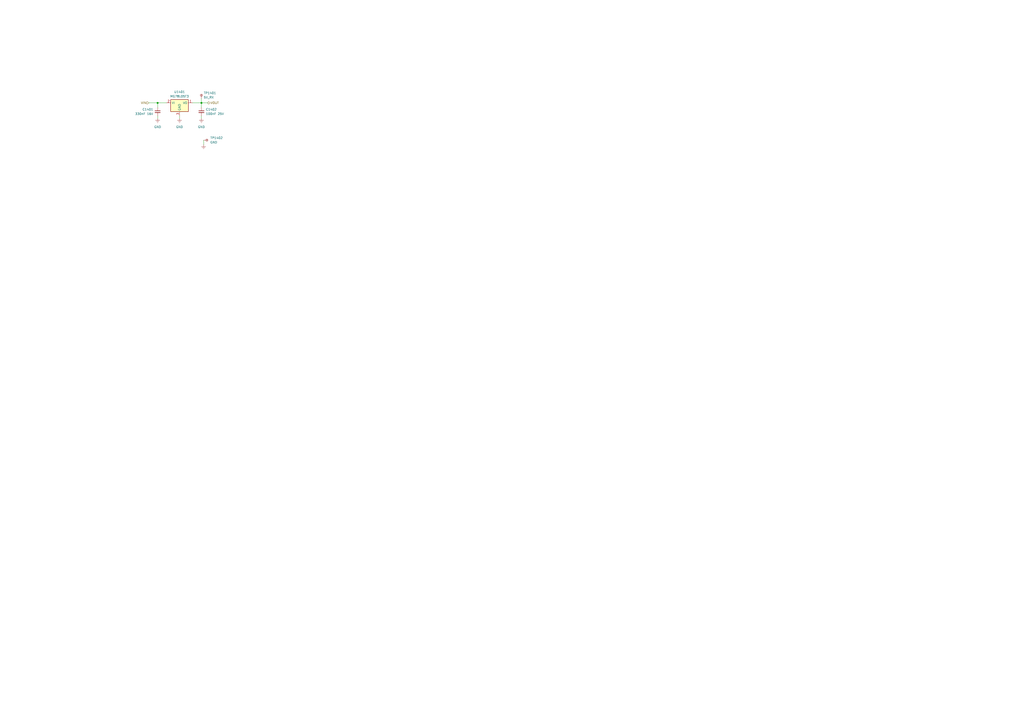
<source format=kicad_sch>
(kicad_sch (version 20250114) (generator "eeschema") (generator_version "9.0")
  (paper "A2")
  (lib_symbols
    (symbol "BR_Capacitors_0201:C_0201_100nF_25V_X7R_10%" (pin_numbers (hide yes)) (pin_names (offset 0) (hide yes))
      (property "Reference" "C" (at 1.016 1.778 0))
      (property "Value" "100nF 25V" (at 1.016 -1.778 0))
      (symbol "C_0201_100nF_25V_X7R_10%_0_1"
        (polyline (pts (xy -1.524 0.508) (xy 1.524 0.508)) (stroke (width 0.3048)))
        (polyline (pts (xy -1.524 -0.508) (xy 1.524 -0.508)) (stroke (width 0.3302)))
      )
      (symbol "C_0201_100nF_25V_X7R_10%_1_1"
        (pin passive line (at 0 2.54 270) (length 2.032) (name "~") (number "1"))
        (pin passive line (at 0 -2.54 90) (length 2.032) (name "~") (number "2"))
      )
    )
    (symbol "BR_Capacitors_0402:C_0402_330nF_16V_X7R_10%" (pin_numbers (hide yes)) (pin_names (offset 0.254) (hide yes))
      (property "Reference" "C" (at 1.016 1.778 0))
      (property "Value" "330nF 16V" (at 1.016 -1.778 0))
      (symbol "C_0402_330nF_16V_X7R_10%_0_1"
        (polyline (pts (xy -1.524 0.508) (xy 1.524 0.508)) (stroke (width 0.3048)))
        (polyline (pts (xy -1.524 -0.508) (xy 1.524 -0.508)) (stroke (width 0.3302)))
      )
      (symbol "C_0402_330nF_16V_X7R_10%_1_1"
        (pin passive line (at 0 2.54 270) (length 2.032) (name "~") (number "1"))
        (pin passive line (at 0 -2.54 90) (length 2.032) (name "~") (number "2"))
      )
    )
    (symbol "BR_Connectors:TP_Ring_PTH" (pin_numbers (hide yes)) (pin_names (offset 0))
      (property "Reference" "TP" (at 2.032 2.286 0))
      (property "Value" "TP_RING_TH" (at 1.778 14.224 0))
      (symbol "TP_Ring_PTH_0_1"
        (circle (center 0 1.905) (radius 0.254))
        (circle (center 0 1.905) (radius 0.635))
      )
      (symbol "TP_Ring_PTH_1_1"
        (pin passive line (at 0 0 90) (length 1.27) (name "~") (number "1"))
      )
    )
    (symbol "BR_IC_Regulators:MG78L05T3"
      (property "Reference" "U" (at -6.35 5.08 0))
      (property "Value" "MG78L05T3" (at -6.35 2.54 0))
      (symbol "MG78L05T3_0_1"
        (rectangle (start -5.08 1.905) (end 5.08 -5.08) (stroke (width 0.254)) (fill (type background)))
      )
      (symbol "MG78L05T3_1_1"
        (pin power_in line (at -7.62 0 0) (length 2.54) (name "VI") (number "2"))
        (pin power_in line (at 0 -7.62 90) (length 2.54) (name "GND") (number "3"))
        (pin power_out line (at 7.62 0 180) (length 2.54) (name "VO") (number "1"))
      )
    )
    (symbol "BR_Virtual_Parts:GND" (power) (pin_numbers (hide yes)) (pin_names (offset 0) (hide yes))
      (property "Value" "GND" (at 0 -3.556 0))
      (symbol "GND_0_1"
        (polyline (pts (xy -0.635 -1.905) (xy 0.635 -1.905)))
        (polyline (pts (xy -0.127 -2.54) (xy 0.127 -2.54)))
        (polyline (pts (xy 0 -1.27) (xy 0 0)))
        (polyline (pts (xy 1.27 -1.27) (xy -1.27 -1.27)))
      )
      (symbol "GND_1_1"
        (pin power_in line (at 0 0 270) (length 0) (hide yes) (name "GNDREF") (number "1"))
      )
    )
  )
  (junction (at 116.84 59.69))
  (junction (at 91.44 59.69))
  (wire (pts (xy 116.84 59.69) (xy 120.65 59.69)))
  (wire (pts (xy 116.84 59.69) (xy 116.84 62.23)))
  (wire (pts (xy 91.44 67.31) (xy 91.44 68.58)))
  (wire (pts (xy 104.14 67.31) (xy 104.14 68.58)))
  (wire (pts (xy 86.36 59.69) (xy 91.44 59.69)))
  (wire (pts (xy 111.76 59.69) (xy 116.84 59.69)))
  (wire (pts (xy 116.84 57.15) (xy 116.84 59.69)))
  (wire (pts (xy 91.44 59.69) (xy 96.52 59.69)))
  (wire (pts (xy 91.44 62.23) (xy 91.44 59.69)))
  (wire (pts (xy 118.11 81.28) (xy 118.11 83.82)))
  (wire (pts (xy 116.84 67.31) (xy 116.84 68.58)))
  (hierarchical_label "VIN" (shape input) (at 86.36 59.69 180))
  (hierarchical_label "VOUT" (shape output) (at 120.65 59.69 0))
  (symbol (lib_id "BR_Virtual_Parts:GND") (at 104.14 68.58 0) (unit 1)
    (property "Reference" "#PWR01402" (effects (hide yes)))
    (property "Value" "GND" (at 104.14 73.66 0))
  )
  (symbol (lib_id "BR_Capacitors_0402:C_0402_330nF_16V_X7R_10%") (at 91.44 64.77 0) (unit 1)
    (property "Reference" "C1401" (at 88.9 63.5062 0) (effects (justify right)))
    (property "Value" "330nF 16V" (at 88.9 66.0462 0) (effects (justify right)))
    (property "Footprint" "BR_Passives:C_0402_1005Metric-minimized" (effects (hide yes)))
    (property "Datasheet" "https://lcsc.com/datasheet/lcsc_datasheet_2411220213_FH--Guangdong-Fenghua-Advanced-Tech-0402B334K160NT_C301942.pdf" (effects (hide yes)))
    (property "Description" "330nF 16V X7R 10% Ceramic Capacitor 0402" (effects (hide yes)))
    (property "Manufacturer" "FH" (effects (hide yes)))
    (property "Manufacturer Part Num" "0402B334K160NT" (effects (hide yes)))
    (property "BRE Number" "BRE-001238" (effects (hide yes)))
    (property "JLCPCB Part Num" "C301942" (effects (hide yes)))
  )
  (symbol (lib_id "BR_IC_Regulators:MG78L05T3") (at 104.14 59.69 0) (unit 1)
    (property "Reference" "U1401" (at 104.14 53.34 0))
    (property "Value" "MG78L05T3" (at 104.14 55.88 0))
    (property "Footprint" "BR_SOT:SOT-23" (effects (hide yes)))
    (property "Datasheet" "https://lcsc.com/datasheet/lcsc_datasheet_2501211108_Megain-MG78L05T3_C22396244.pdf" (effects (hide yes)))
    (property "Description" "Linear Regulator, 7 - 30V Input, 170mA, 5V Output, SOT23-3" (effects (hide yes)))
    (property "Manufacturer" "Megain" (effects (hide yes)))
    (property "Manufacturer Part Num" "MG78L05T3" (effects (hide yes)))
    (property "BRE Number" "BRE-001237" (effects (hide yes)))
    (property "JLCPCB Part Num" "C22396244" (effects (hide yes)))
  )
  (symbol (lib_id "BR_Virtual_Parts:GND") (at 118.11 83.82 0) (unit 1)
    (property "Reference" "#PWR01404" (effects (hide yes)))
    (property "Value" "GND" (effects (hide yes)))
  )
  (symbol (lib_id "BR_Virtual_Parts:GND") (at 91.44 68.58 0) (unit 1)
    (property "Reference" "#PWR01401" (effects (hide yes)))
    (property "Value" "GND" (at 91.44 73.66 0))
  )
  (symbol (lib_id "BR_Virtual_Parts:GND") (at 116.84 68.58 0) (unit 1)
    (property "Reference" "#PWR01403" (effects (hide yes)))
    (property "Value" "GND" (at 116.84 73.66 0))
  )
  (symbol (lib_id "BR_Connectors:TP_Ring_PTH") (at 116.84 57.15 0) (unit 1)
    (property "Reference" "TP1401" (at 118.11 53.9749 0) (effects (justify left)))
    (property "Value" "5V_RX" (at 118.11 56.5149 0) (effects (justify left)))
    (property "Footprint" "BR_Connectors:TEST-TH_BD2.54-P1.4_RED" (effects (hide yes)))
    (property "Datasheet" "https://wmsc.lcsc.com/wmsc/upload/file/pdf/v2/lcsc/2307040929_ronghe-RH-5000_C5277086.pdf" (effects (hide yes)))
    (property "Description" "Ring Test Point for Probe(s) PTH" (effects (hide yes)))
    (property "Manufacturer" "ronghe" (effects (hide yes)))
    (property "Manufacturer Part Num" "RH-5000" (effects (hide yes)))
    (property "BRE Number" "BRE-000074" (effects (hide yes)))
    (property "Supplier 1" "DigiKey" (effects (hide yes)))
    (property "Supplier 2" "Mouser" (effects (hide yes)))
    (property "Supplier 3" "JLCPCB" (effects (hide yes)))
    (property "Supplier Part Num 3" "C5277086" (effects (hide yes)))
    (property "Label" "LABEL" (effects (hide yes)))
    (property "JLCPCB Part Num" "C5277086" (effects (hide yes)))
  )
  (symbol (lib_id "BR_Connectors:TP_Ring_PTH") (at 118.11 81.28 270) (unit 1)
    (property "Reference" "TP1402" (at 121.92 80.0099 90) (effects (justify left)))
    (property "Value" "GND" (at 121.92 82.5499 90) (effects (justify left)))
    (property "Footprint" "BR_Connectors:TEST-TH_BD2.54-P1.4_RED" (effects (hide yes)))
    (property "Datasheet" "https://wmsc.lcsc.com/wmsc/upload/file/pdf/v2/lcsc/2307040929_ronghe-RH-5000_C5277086.pdf" (effects (hide yes)))
    (property "Description" "Ring Test Point for Probe(s) PTH" (effects (hide yes)))
    (property "Manufacturer" "ronghe" (effects (hide yes)))
    (property "Manufacturer Part Num" "RH-5000" (effects (hide yes)))
    (property "BRE Number" "BRE-000074" (effects (hide yes)))
    (property "Supplier 1" "DigiKey" (effects (hide yes)))
    (property "Supplier 2" "Mouser" (effects (hide yes)))
    (property "Supplier 3" "JLCPCB" (effects (hide yes)))
    (property "Supplier Part Num 3" "C5277086" (effects (hide yes)))
    (property "Label" "LABEL" (effects (hide yes)))
    (property "JLCPCB Part Num" "C5277086" (effects (hide yes)))
  )
  (symbol (lib_id "BR_Capacitors_0201:C_0201_100nF_25V_X7R_10%") (at 116.84 64.77 0) (unit 1)
    (property "Reference" "C1402" (at 119.38 63.5062 0) (effects (justify left)))
    (property "Value" "100nF 25V" (at 119.38 66.0462 0) (effects (justify left)))
    (property "Footprint" "BR_Passives:C_0201_0603Metric-minimized" (effects (hide yes)))
    (property "Datasheet" "https://www.lcsc.com/datasheet/lcsc_datasheet_2108070630_Murata-Electronics-GRM033R61E104KE14J_C2649540.pdf" (effects (hide yes)))
    (property "Description" "100nF 25V X5R 10% Ceramic Capacitor 0201" (effects (hide yes)))
    (property "Manufacturer" "Murata Electronics" (effects (hide yes)))
    (property "Manufacturer Part Num" "GRM033R61E104KE14J" (effects (hide yes)))
    (property "BRE Number" "BRE-000000" (effects (hide yes)))
    (property "Supplier 1" "DigiKey" (effects (hide yes)))
    (property "Supplier Part Num 1" "490-14571-1-ND" (effects (hide yes)))
    (property "Supplier 2" "Mouser" (effects (hide yes)))
    (property "Supplier Part Num 2" "81-GRM033R61E104KE4J" (effects (hide yes)))
    (property "Supplier 3" "JLCPCB" (effects (hide yes)))
    (property "Supplier Part Num 3" "C2649540" (effects (hide yes)))
    (property "JLCPCB Part Num" "C76939" (effects (hide yes)))
  )
)
</source>
